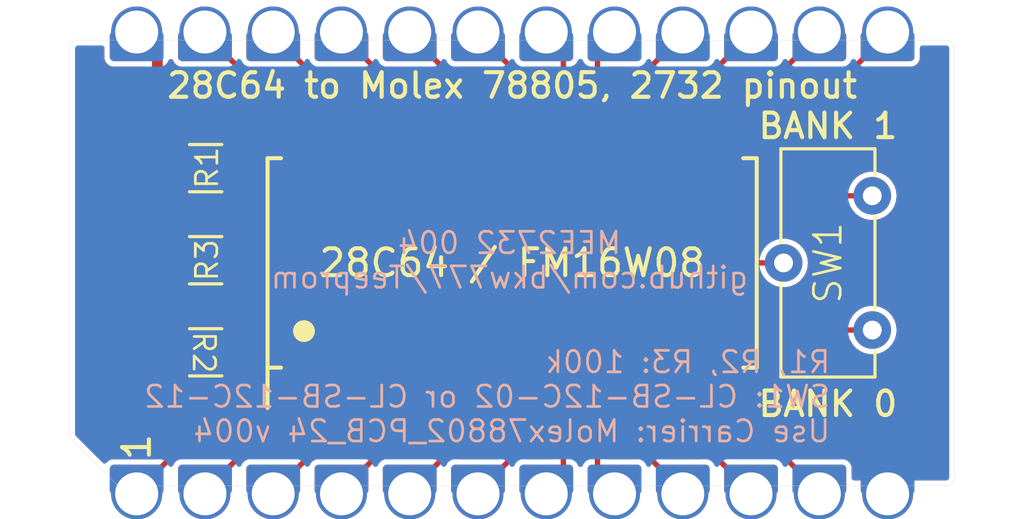
<source format=kicad_pcb>
(kicad_pcb (version 20221018) (generator pcbnew)
  (title_block (title "MEE2732") (date "2022-12-24") (rev "004") (company "Brian K. White b.kenyon.w@gmail.com") (comment 1 "CC-BY-SA") (comment 2 "github.com/bkw777/Teeprom") (comment 3 "28C64 to Molex 78805 socket with 2732 pinout"))
  (layers (0 "F.Cu" signal "Top") (31 "B.Cu" signal "Bottom") (34 "B.Paste" user) (35 "F.Paste" user) (36 "B.SilkS" user "B.Silkscreen") (37 "F.SilkS" user "F.Silkscreen") (38 "B.Mask" user) (39 "F.Mask" user) (44 "Edge.Cuts" user))
  (net 0 "")
  (net 1 "/D3")
  (net 2 "/A10")
  (net 3 "/D4")
  (net 4 "/A7")
  (net 5 "/D5")
  (net 6 "/A6")
  (net 7 "/D6")
  (net 8 "/A5")
  (net 9 "/D7")
  (net 10 "/A4")
  (net 11 "/A11")
  (net 12 "/A3")
  (net 13 "/~{OE}")
  (net 14 "/A2")
  (net 15 "/A1")
  (net 16 "/A0")
  (net 17 "/A12")
  (net 18 "/D0")
  (net 19 "/A9")
  (net 20 "/D1")
  (net 21 "/A8")
  (net 22 "/D2")
  (net 23 "/~{CE}")
  (net 24 "/~{WE}")
  (net 25 "VCC")
  (net 26 "GND")
  (net 27 "Net-(R2-Pad1)")
  (net 28 "Net-(R3-Pad1)")
  (footprint "000_LOCAL:SOIC-28W" (layer "F.Cu") (at 147.3184 99.287 90)
    (fp_text reference "U1" hide)
    (fp_text value "28C64 / FM16W08" (at 0 0) (layer "F.SilkS"))
    (fp_line (start -5.4 -9.1) (end 3.9 -9.1) (stroke (width 0.15)) (layer "F.SilkS"))
    (fp_line (start -3.9 -9.1) (end -3.9 -8.6) (stroke (width 0.15)) (layer "F.SilkS"))
    (fp_line (start -3.9 9.1) (end -3.9 8.6) (stroke (width 0.15)) (layer "F.SilkS"))
    (fp_line (start -3.9 9.1) (end 3.9 9.1) (stroke (width 0.15)) (layer "F.SilkS"))
    (fp_line (start 3.9 -9.1) (end 3.9 -8.6) (stroke (width 0.15)) (layer "F.SilkS"))
    (fp_line (start 3.9 9.1) (end 3.9 8.6) (stroke (width 0.15)) (layer "F.SilkS"))
    (fp_circle (center -2.54 -7.747) (end -2.3368 -7.747) (stroke (width 0.4064)) (fill none) (layer "F.SilkS"))
    (pad "1" smd roundrect (at -4.7 -8.255 90) (size 1.5 0.6) (layers "F.Cu" "F.Paste" "F.Mask"))
    (pad "2" smd roundrect (at -4.7 -6.985 90) (size 1.5 0.6) (layers "F.Cu" "F.Paste" "F.Mask") (net 17 "/A12"))
    (pad "3" smd roundrect (at -4.7 -5.715 90) (size 1.5 0.6) (layers "F.Cu" "F.Paste" "F.Mask") (net 4 "/A7"))
    (pad "4" smd roundrect (at -4.7 -4.445 90) (size 1.5 0.6) (layers "F.Cu" "F.Paste" "F.Mask") (net 6 "/A6"))
    (pad "5" smd roundrect (at -4.7 -3.175 90) (size 1.5 0.6) (layers "F.Cu" "F.Paste" "F.Mask") (net 8 "/A5"))
    (pad "6" smd roundrect (at -4.7 -1.905 90) (size 1.5 0.6) (layers "F.Cu" "F.Paste" "F.Mask") (net 10 "/A4"))
    (pad "7" smd roundrect (at -4.7 -0.635 90) (size 1.5 0.6) (layers "F.Cu" "F.Paste" "F.Mask") (net 12 "/A3"))
    (pad "8" smd roundrect (at -4.7 0.635 90) (size 1.5 0.6) (layers "F.Cu" "F.Paste" "F.Mask") (net 14 "/A2"))
    (pad "9" smd roundrect (at -4.7 1.905 90) (size 1.5 0.6) (layers "F.Cu" "F.Paste" "F.Mask") (net 15 "/A1"))
    (pad "10" smd roundrect (at -4.7 3.175 90) (size 1.5 0.6) (layers "F.Cu" "F.Paste" "F.Mask") (net 16 "/A0"))
    (pad "11" smd roundrect (at -4.7 4.445 90) (size 1.5 0.6) (layers "F.Cu" "F.Paste" "F.Mask") (net 18 "/D0"))
    (pad "12" smd roundrect (at -4.7 5.715 90) (size 1.5 0.6) (layers "F.Cu" "F.Paste" "F.Mask") (net 20 "/D1"))
    (pad "13" smd roundrect (at -4.7 6.985 90) (size 1.5 0.6) (layers "F.Cu" "F.Paste" "F.Mask") (net 22 "/D2"))
    (pad "14" smd roundrect (at -4.7 8.255 90) (size 1.5 0.6) (layers "F.Cu" "F.Paste" "F.Mask") (net 26 "GND"))
    (pad "15" smd roundrect (at 4.7 8.255 90) (size 1.5 0.6) (layers "F.Cu" "F.Paste" "F.Mask") (net 1 "/D3"))
    (pad "16" smd roundrect (at 4.7 6.985 90) (size 1.5 0.6) (layers "F.Cu" "F.Paste" "F.Mask") (net 3 "/D4"))
    (pad "17" smd roundrect (at 4.7 5.715 90) (size 1.5 0.6) (layers "F.Cu" "F.Paste" "F.Mask") (net 5 "/D5"))
    (pad "18" smd roundrect (at 4.7 4.445 90) (size 1.5 0.6) (layers "F.Cu" "F.Paste" "F.Mask") (net 7 "/D6"))
    (pad "19" smd roundrect (at 4.7 3.175 90) (size 1.5 0.6) (layers "F.Cu" "F.Paste" "F.Mask") (net 9 "/D7"))
    (pad "20" smd roundrect (at 4.7 1.905 90) (size 1.5 0.6) (layers "F.Cu" "F.Paste" "F.Mask") (net 23 "/~{CE}"))
    (pad "21" smd roundrect (at 4.7 0.635 90) (size 1.5 0.6) (layers "F.Cu" "F.Paste" "F.Mask") (net 2 "/A10"))
    (pad "22" smd roundrect (at 4.7 -0.635 90) (size 1.5 0.6) (layers "F.Cu" "F.Paste" "F.Mask") (net 13 "/~{OE}"))
    (pad "23" smd roundrect (at 4.7 -1.905 90) (size 1.5 0.6) (layers "F.Cu" "F.Paste" "F.Mask") (net 11 "/A11"))
    (pad "24" smd roundrect (at 4.7 -3.175 90) (size 1.5 0.6) (layers "F.Cu" "F.Paste" "F.Mask") (net 19 "/A9"))
    (pad "25" smd roundrect (at 4.7 -4.445 90) (size 1.5 0.6) (layers "F.Cu" "F.Paste" "F.Mask") (net 21 "/A8"))
    (pad "26" smd roundrect (at 4.7 -5.715 90) (size 1.5 0.6) (layers "F.Cu" "F.Paste" "F.Mask"))
    (pad "27" smd roundrect (at 4.7 -6.985 90) (size 1.5 0.6) (layers "F.Cu" "F.Paste" "F.Mask") (net 24 "/~{WE}"))
    (pad "28" smd roundrect (at 4.7 -8.255 90) (size 1.5 0.6) (layers "F.Cu" "F.Paste" "F.Mask") (net 25 "VCC"))
  )
  (footprint "000_LOCAL:R_0805" (layer "F.Cu") (at 135.9154 95.758 180)
    (fp_text reference "R1" (at -0.0508 0.0127 90 unlocked) (layer "F.SilkS") (effects (font (size 0.8 0.8) (thickness 0.1))))
    (fp_text value "100k")
    (fp_line (start -0.6 -0.88) (end 0.6 -0.88) (stroke (width 0.12)) (layer "F.SilkS"))
    (fp_line (start 0.6 0.88) (end -0.6 0.88) (stroke (width 0.12)) (layer "F.SilkS"))
    (pad "1" smd roundrect (at -0.95 0 180) (size 0.7 1.3) (layers "F.Cu" "F.Paste" "F.Mask") (roundrect_rratio 0.1) (net 24 "/~{WE}"))
    (pad "2" smd roundrect (at 0.95 0 180) (size 0.7 1.3) (layers "F.Cu" "F.Paste" "F.Mask") (roundrect_rratio 0.1) (net 25 "VCC"))
  )
  (footprint "000_LOCAL:R_0805" (layer "F.Cu") (at 135.9154 102.616 180)
    (fp_text reference "R2" (at 0.0635 0 270 unlocked) (layer "F.SilkS") (effects (font (size 0.8 0.8) (thickness 0.1))))
    (fp_text value "100k")
    (fp_line (start -0.6 -0.88) (end 0.6 -0.88) (stroke (width 0.12)) (layer "F.SilkS"))
    (fp_line (start 0.6 0.88) (end -0.6 0.88) (stroke (width 0.12)) (layer "F.SilkS"))
    (pad "1" smd roundrect (at -0.95 0 180) (size 0.7 1.3) (layers "F.Cu" "F.Paste" "F.Mask") (roundrect_rratio 0.1) (net 27 "Net-(R2-Pad1)"))
    (pad "2" smd roundrect (at 0.95 0 180) (size 0.7 1.3) (layers "F.Cu" "F.Paste" "F.Mask") (roundrect_rratio 0.1) (net 26 "GND"))
  )
  (footprint "000_LOCAL:Molex78802_PCB_24" (layer "F.Cu") (at 147.3184 99.287 90)
    (fp_text reference "J1" hide)
    (fp_text value "Molex 78805 socket with 27C32 pinout" hide)
    (fp_line (start -8.3 -14.66) (end -8.3 16.16) (stroke (width 0.01)) (layer "Edge.Cuts"))
    (fp_line (start -8 16.46) (end 8 16.46) (stroke (width 0.01)) (layer "Edge.Cuts"))
    (fp_line (start -6.5 -16.46) (end -8.3 -14.66) (stroke (width 0.01)) (layer "Edge.Cuts"))
    (fp_line (start 8 -16.46) (end -6.5 -16.46) (stroke (width 0.01)) (layer "Edge.Cuts"))
    (fp_line (start 8.3 16.16) (end 8.3 -16.16) (stroke (width 0.01)) (layer "Edge.Cuts"))
    (fp_arc (start -8 16.46) (mid -8.212132 16.372132) (end -8.3 16.16) (stroke (width 0.01)) (layer "Edge.Cuts"))
    (fp_arc (start 8 -16.46) (mid 8.212132 -16.372132) (end 8.3 -16.16) (stroke (width 0.01)) (layer "Edge.Cuts"))
    (fp_arc (start 8.3 16.16) (mid 8.212132 16.372132) (end 8 16.46) (stroke (width 0.01)) (layer "Edge.Cuts"))
    (pad "1" thru_hole circle (at -8.6002 -13.97 90) (size 1.9 1.9) (drill 1.6) (property pad_prop_castellated) (layers "*.Cu" "*.Mask") (net 4 "/A7"))
    (pad "1" smd roundrect (at -8.0645 -13.97 90) (size 1.1 2) (layers "F.Cu") (roundrect_rratio 0.1363636364) (net 4 "/A7"))
    (pad "1" smd roundrect (at -8.0645 -13.97 90) (size 1.1 2) (layers "B.Cu") (roundrect_rratio 0.1363636364) (net 4 "/A7"))
    (pad "2" thru_hole circle (at -8.6002 -11.43 90) (size 1.9 1.9) (drill 1.6) (property pad_prop_castellated) (layers "*.Cu" "*.Mask") (net 6 "/A6"))
    (pad "2" smd roundrect (at -8.0645 -11.43 90) (size 1.1 2) (layers "F.Cu") (roundrect_rratio 0.1363636364) (net 6 "/A6"))
    (pad "2" smd roundrect (at -8.0645 -11.43 90) (size 1.1 2) (layers "B.Cu") (roundrect_rratio 0.1363636364) (net 6 "/A6"))
    (pad "3" thru_hole circle (at -8.6002 -8.89 90) (size 1.9 1.9) (drill 1.6) (property pad_prop_castellated) (layers "*.Cu" "*.Mask") (net 8 "/A5"))
    (pad "3" smd roundrect (at -8.0645 -8.89 90) (size 1.1 2) (layers "F.Cu") (roundrect_rratio 0.1363636364) (net 8 "/A5"))
    (pad "3" smd roundrect (at -8.0645 -8.89 90) (size 1.1 2) (layers "B.Cu") (roundrect_rratio 0.1363636364) (net 8 "/A5"))
    (pad "4" thru_hole circle (at -8.6002 -6.35 90) (size 1.9 1.9) (drill 1.6) (property pad_prop_castellated) (layers "*.Cu" "*.Mask") (net 10 "/A4"))
    (pad "4" smd roundrect (at -8.0645 -6.35 90) (size 1.1 2) (layers "F.Cu") (roundrect_rratio 0.1363636364) (net 10 "/A4"))
    (pad "4" smd roundrect (at -8.0645 -6.35 90) (size 1.1 2) (layers "B.Cu") (roundrect_rratio 0.1363636364) (net 10 "/A4"))
    (pad "5" thru_hole circle (at -8.6002 -3.81 90) (size 1.9 1.9) (drill 1.6) (property pad_prop_castellated) (layers "*.Cu" "*.Mask") (net 12 "/A3"))
    (pad "5" smd roundrect (at -8.0645 -3.81 90) (size 1.1 2) (layers "F.Cu") (roundrect_rratio 0.1363636364) (net 12 "/A3"))
    (pad "5" smd roundrect (at -8.0645 -3.81 90) (size 1.1 2) (layers "B.Cu") (roundrect_rratio 0.1363636364) (net 12 "/A3"))
    (pad "6" thru_hole circle (at -8.6002 -1.27 90) (size 1.9 1.9) (drill 1.6) (property pad_prop_castellated) (layers "*.Cu" "*.Mask") (net 14 "/A2"))
    (pad "6" smd roundrect (at -8.0645 -1.27 90) (size 1.1 2) (layers "F.Cu") (roundrect_rratio 0.1363636364) (net 14 "/A2"))
    (pad "6" smd roundrect (at -8.0645 -1.27 90) (size 1.1 2) (layers "B.Cu") (roundrect_rratio 0.1363636364) (net 14 "/A2"))
    (pad "7" thru_hole circle (at -8.6002 1.27 90) (size 1.9 1.9) (drill 1.6) (property pad_prop_castellated) (layers "*.Cu" "*.Mask") (net 15 "/A1"))
    (pad "7" smd roundrect (at -8.0645 1.27 90) (size 1.1 2) (layers "F.Cu") (roundrect_rratio 0.1363636364) (net 15 "/A1"))
    (pad "7" smd roundrect (at -8.0645 1.27 90) (size 1.1 2) (layers "B.Cu") (roundrect_rratio 0.1363636364) (net 15 "/A1"))
    (pad "8" thru_hole circle (at -8.6002 3.81 90) (size 1.9 1.9) (drill 1.6) (property pad_prop_castellated) (layers "*.Cu" "*.Mask") (net 16 "/A0"))
    (pad "8" smd roundrect (at -8.0645 3.81 90) (size 1.1 2) (layers "F.Cu") (roundrect_rratio 0.1363636364) (net 16 "/A0"))
    (pad "8" smd roundrect (at -8.0645 3.81 90) (size 1.1 2) (layers "B.Cu") (roundrect_rratio 0.1363636364) (net 16 "/A0"))
    (pad "9" thru_hole circle (at -8.6002 6.35 90) (size 1.9 1.9) (drill 1.6) (property pad_prop_castellated) (layers "*.Cu" "*.Mask") (net 18 "/D0"))
    (pad "9" smd roundrect (at -8.0645 6.35 90) (size 1.1 2) (layers "F.Cu") (roundrect_rratio 0.1363636364) (net 18 "/D0"))
    (pad "9" smd roundrect (at -8.0645 6.35 90) (size 1.1 2) (layers "B.Cu") (roundrect_rratio 0.1363636364) (net 18 "/D0"))
    (pad "10" thru_hole circle (at -8.6002 8.89 90) (size 1.9 1.9) (drill 1.6) (property pad_prop_castellated) (layers "*.Cu" "*.Mask") (net 20 "/D1"))
    (pad "10" smd roundrect (at -8.0645 8.89 90) (size 1.1 2) (layers "F.Cu") (roundrect_rratio 0.1363636364) (net 20 "/D1"))
    (pad "10" smd roundrect (at -8.0645 8.89 90) (size 1.1 2) (layers "B.Cu") (roundrect_rratio 0.1363636364) (net 20 "/D1"))
    (pad "11" thru_hole circle (at -8.6002 11.43 90) (size 1.9 1.9) (drill 1.6) (property pad_prop_castellated) (layers "*.Cu" "*.Mask") (net 22 "/D2"))
    (pad "11" smd roundrect (at -8.0645 11.43 90) (size 1.1 2) (layers "F.Cu") (roundrect_rratio 0.1363636364) (net 22 "/D2"))
    (pad "11" smd roundrect (at -8.0645 11.43 90) (size 1.1 2) (layers "B.Cu") (roundrect_rratio 0.1363636364) (net 22 "/D2"))
    (pad "12" thru_hole circle (at -8.6002 13.97 90) (size 1.9 1.9) (drill 1.6) (property pad_prop_castellated) (layers "*.Cu" "*.Mask") (net 26 "GND"))
    (pad "12" smd roundrect (at -8.0645 13.97 90) (size 1.1 2) (layers "F.Cu") (roundrect_rratio 0.1363636364) (net 26 "GND"))
    (pad "12" smd roundrect (at -8.0645 13.97 90) (size 1.1 2) (layers "B.Cu") (roundrect_rratio 0.1363636364) (net 26 "GND"))
    (pad "13" smd roundrect (at 8.0645 13.97 90) (size 1.1 2) (layers "F.Cu") (roundrect_rratio 0.1363636364) (net 1 "/D3"))
    (pad "13" smd roundrect (at 8.0645 13.97 90) (size 1.1 2) (layers "B.Cu") (roundrect_rratio 0.1363636364) (net 1 "/D3"))
    (pad "13" thru_hole circle (at 8.6002 13.97 90) (size 1.9 1.9) (drill 1.6) (property pad_prop_castellated) (layers "*.Cu" "*.Mask") (net 1 "/D3"))
    (pad "14" smd roundrect (at 8.0645 11.43 90) (size 1.1 2) (layers "F.Cu") (roundrect_rratio 0.1363636364) (net 3 "/D4"))
    (pad "14" smd roundrect (at 8.0645 11.43 90) (size 1.1 2) (layers "B.Cu") (roundrect_rratio 0.1363636364) (net 3 "/D4"))
    (pad "14" thru_hole circle (at 8.6002 11.43 90) (size 1.9 1.9) (drill 1.6) (property pad_prop_castellated) (layers "*.Cu" "*.Mask") (net 3 "/D4"))
    (pad "15" smd roundrect (at 8.0645 8.89 90) (size 1.1 2) (layers "F.Cu") (roundrect_rratio 0.1363636364) (net 5 "/D5"))
    (pad "15" smd roundrect (at 8.0645 8.89 90) (size 1.1 2) (layers "B.Cu") (roundrect_rratio 0.1363636364) (net 5 "/D5"))
    (pad "15" thru_hole circle (at 8.6002 8.89 90) (size 1.9 1.9) (drill 1.6) (property pad_prop_castellated) (layers "*.Cu" "*.Mask") (net 5 "/D5"))
    (pad "16" smd roundrect (at 8.0645 6.35 90) (size 1.1 2) (layers "F.Cu") (roundrect_rratio 0.1363636364) (net 7 "/D6"))
    (pad "16" smd roundrect (at 8.0645 6.35 90) (size 1.1 2) (layers "B.Cu") (roundrect_rratio 0.1363636364) (net 7 "/D6"))
    (pad "16" thru_hole circle (at 8.6002 6.35 90) (size 1.9 1.9) (drill 1.6) (property pad_prop_castellated) (layers "*.Cu" "*.Mask") (net 7 "/D6"))
    (pad "17" smd roundrect (at 8.0645 3.81 90) (size 1.1 2) (layers "F.Cu") (roundrect_rratio 0.1363636364) (net 9 "/D7"))
    (pad "17" smd roundrect (at 8.0645 3.81 90) (size 1.1 2) (layers "B.Cu") (roundrect_rratio 0.1363636364) (net 9 "/D7"))
    (pad "17" thru_hole circle (at 8.6002 3.81 90) (size 1.9 1.9) (drill 1.6) (property pad_prop_castellated) (layers "*.Cu" "*.Mask") (net 9 "/D7"))
    (pad "18" smd roundrect (at 8.0645 1.27 90) (size 1.1 2) (layers "F.Cu") (roundrect_rratio 0.1363636364) (net 23 "/~{CE}"))
    (pad "18" smd roundrect (at 8.0645 1.27 90) (size 1.1 2) (layers "B.Cu") (roundrect_rratio 0.1363636364) (net 23 "/~{CE}"))
    (pad "18" thru_hole circle (at 8.6002 1.27 90) (size 1.9 1.9) (drill 1.6) (property pad_prop_castellated) (layers "*.Cu" "*.Mask") (net 23 "/~{CE}"))
    (pad "19" smd roundrect (at 8.0645 -1.27 90) (size 1.1 2) (layers "F.Cu") (roundrect_rratio 0.1363636364) (net 2 "/A10"))
    (pad "19" smd roundrect (at 8.0645 -1.27 90) (size 1.1 2) (layers "B.Cu") (roundrect_rratio 0.1363636364) (net 2 "/A10"))
    (pad "19" thru_hole circle (at 8.6002 -1.27 90) (size 1.9 1.9) (drill 1.6) (property pad_prop_castellated) (layers "*.Cu" "*.Mask") (net 2 "/A10"))
    (pad "20" smd roundrect (at 8.0645 -3.81 90) (size 1.1 2) (layers "F.Cu") (roundrect_rratio 0.1363636364) (net 13 "/~{OE}"))
    (pad "20" smd roundrect (at 8.0645 -3.81 90) (size 1.1 2) (layers "B.Cu") (roundrect_rratio 0.1363636364) (net 13 "/~{OE}"))
    (pad "20" thru_hole circle (at 8.6002 -3.81 90) (size 1.9 1.9) (drill 1.6) (property pad_prop_castellated) (layers "*.Cu" "*.Mask") (net 13 "/~{OE}"))
    (pad "21" smd roundrect (at 8.0645 -6.35 90) (size 1.1 2) (layers "F.Cu") (roundrect_rratio 0.1363636364) (net 11 "/A11"))
    (pad "21" smd roundrect (at 8.0645 -6.35 90) (size 1.1 2) (layers "B.Cu") (roundrect_rratio 0.1363636364) (net 11 "/A11"))
    (pad "21" thru_hole circle (at 8.6002 -6.35 90) (size 1.9 1.9) (drill 1.6) (property pad_prop_castellated) (layers "*.Cu" "*.Mask") (net 11 "/A11"))
    (pad "22" smd roundrect (at 8.0645 -8.89 90) (size 1.1 2) (layers "F.Cu") (roundrect_rratio 0.1363636364) (net 19 "/A9"))
    (pad "22" smd roundrect (at 8.0645 -8.89 90) (size 1.1 2) (layers "B.Cu") (roundrect_rratio 0.1363636364) (net 19 "/A9"))
    (pad "22" thru_hole circle (at 8.6002 -8.89 90) (size 1.9 1.9) (drill 1.6) (property pad_prop_castellated) (layers "*.Cu" "*.Mask") (net 19 "/A9"))
    (pad "23" smd roundrect (at 8.0645 -11.43 90) (size 1.1 2) (layers "F.Cu") (roundrect_rratio 0.1363636364) (net 21 "/A8"))
    (pad "23" smd roundrect (at 8.0645 -11.43 90) (size 1.1 2) (layers "B.Cu") (roundrect_rratio 0.1363636364) (net 21 "/A8"))
    (pad "23" thru_hole circle (at 8.6002 -11.43 90) (size 1.9 1.9) (drill 1.6) (property pad_prop_castellated) (layers "*.Cu" "*.Mask") (net 21 "/A8"))
    (pad "24" smd roundrect (at 8.0645 -13.97 90) (size 1.1 2) (layers "F.Cu") (roundrect_rratio 0.1363636364) (net 25 "VCC"))
    (pad "24" smd roundrect (at 8.0645 -13.97 90) (size 1.1 2) (layers "B.Cu") (roundrect_rratio 0.1363636364) (net 25 "VCC"))
    (pad "24" thru_hole circle (at 8.6002 -13.97 90) (size 1.9 1.9) (drill 1.6) (property pad_prop_castellated) (layers "*.Cu" "*.Mask") (net 25 "VCC"))
  )
  (footprint "000_LOCAL:R_0805" (layer "F.Cu") (at 135.9154 99.187 180)
    (fp_text reference "R3" (at -0.05 0 90 unlocked) (layer "F.SilkS") (effects (font (size 0.8 0.8) (thickness 0.1))))
    (fp_text value "100k")
    (fp_line (start -0.6 -0.88) (end 0.6 -0.88) (stroke (width 0.12)) (layer "F.SilkS"))
    (fp_line (start 0.6 0.88) (end -0.6 0.88) (stroke (width 0.12)) (layer "F.SilkS"))
    (pad "1" smd roundrect (at -0.95 0 180) (size 0.7 1.3) (layers "F.Cu" "F.Paste" "F.Mask") (roundrect_rratio 0.1) (net 28 "Net-(R3-Pad1)"))
    (pad "2" smd roundrect (at 0.95 0 180) (size 0.7 1.3) (layers "F.Cu" "F.Paste" "F.Mask") (roundrect_rratio 0.1) (net 25 "VCC"))
  )
  (footprint "000_LOCAL:CL-SB-12C-0x" (layer "F.Cu") (at 159.0684 99.287 -90)
    (fp_text reference "SW1" (at 0 0 -270) (layer "F.SilkS") (effects (font (thickness 0.1))))
    (fp_text value "SW_SPDT")
    (fp_line (start -4.25 -1.75) (end -3.25 -1.75) (stroke (width 0.12)) (layer "F.SilkS"))
    (fp_line (start -4.25 1.75) (end -4.25 -1.75) (stroke (width 0.12)) (layer "F.SilkS"))
    (fp_line (start -4.25 1.75) (end -0.75 1.75) (stroke (width 0.12)) (layer "F.SilkS"))
    (fp_line (start -1.75 -1.75) (end 1.75 -1.75) (stroke (width 0.12)) (layer "F.SilkS"))
    (fp_line (start 0.75 1.75) (end 4.25 1.75) (stroke (width 0.12)) (layer "F.SilkS"))
    (fp_line (start 3.25 -1.75) (end 4.25 -1.75) (stroke (width 0.12)) (layer "F.SilkS"))
    (fp_line (start 4.25 -1.75) (end 4.25 1.75) (stroke (width 0.12)) (layer "F.SilkS"))
    (pad "1" thru_hole circle (at 2.5 -1.65 270) (size 1.4 1.4) (drill 0.7) (layers "*.Cu" "*.Mask") (net 27 "Net-(R2-Pad1)"))
    (pad "2" thru_hole circle (at 0 1.65 270) (size 1.4 1.4) (drill 0.7) (layers "*.Cu" "*.Mask") (net 17 "/A12"))
    (pad "3" thru_hole circle (at -2.5 -1.65 270) (size 1.4 1.4) (drill 0.7) (layers "*.Cu" "*.Mask") (net 28 "Net-(R3-Pad1)"))
  )
  (gr_text "R1, R2, R3: ${00000000-0000-0000-0000-00005d22c129:VALUE}\nSW1: CL-SB-12C-02 or CL-SB-12C-12\nUse Carrier: Molex78802_PCB_24 v004" (at 159.2184 104.267) (layer "B.SilkS") (effects (font (size 0.8 0.8) (thickness 0.1)) (justify left mirror)))
  (gr_text "${TITLE} ${REVISION}\n${COMMENT2}" (at 147.2184 99.187) (layer "B.SilkS") (effects (font (size 0.8 0.8) (thickness 0.1)) (justify mirror)))
  (gr_text "1" (at 133.3484 106.145 90) (layer "F.SilkS") (effects (font (size 1 1))))
  (gr_text "BANK 0" (at 159.0684 104.537) (layer "F.SilkS") (effects (font (size 0.9144 0.9144) (thickness 0.1524))))
  (gr_text "BANK 1" (at 159.0684 94.187) (layer "F.SilkS") (effects (font (size 0.9144 0.9144) (thickness 0.1524))))
  (gr_text "28C64 to Molex 78805, 2732 pinout" (at 147.3184 92.683) (layer "F.SilkS") (effects (font (size 0.9144 0.9144) (thickness 0.1524))))
  (segment (start 155.5734 93.937) (end 158.1184 93.937) (width 0.2) (layer "F.Cu") (net 1))
  (segment (start 158.1184 93.937) (end 160.8329 91.2225) (width 0.2) (layer "F.Cu") (net 1))
  (segment (start 160.8329 91.2225) (end 161.2884 91.2225) (width 0.2) (layer "F.Cu") (net 1))
  (segment (start 155.5734 94.587) (end 155.5734 93.937) (width 0.2) (layer "F.Cu") (net 1))
  (segment (start 147.9534 92.672) (end 146.5039 91.2225) (width 0.2) (layer "F.Cu") (net 2))
  (segment (start 147.9534 94.587) (end 147.9534 92.672) (width 0.2) (layer "F.Cu") (net 2))
  (segment (start 146.5039 91.2225) (end 146.0484 91.2225) (width 0.2) (layer "F.Cu") (net 2))
  (segment (start 155.5684 92.887) (end 156.6184 92.887) (width 0.2) (layer "F.Cu") (net 3))
  (segment (start 154.3034 94.152) (end 155.5684 92.887) (width 0.2) (layer "F.Cu") (net 3))
  (segment (start 158.2829 91.2225) (end 158.7484 91.2225) (width 0.2) (layer "F.Cu") (net 3))
  (segment (start 154.3034 94.587) (end 154.3034 94.152) (width 0.2) (layer "F.Cu") (net 3))
  (segment (start 156.6184 92.887) (end 158.2829 91.2225) (width 0.2) (layer "F.Cu") (net 3))
  (segment (start 135.6184 105.537) (end 133.8039 107.3515) (width 0.2) (layer "F.Cu") (net 4))
  (segment (start 141.6034 104.452) (end 140.5184 105.537) (width 0.2) (layer "F.Cu") (net 4))
  (segment (start 140.5184 105.537) (end 135.6184 105.537) (width 0.2) (layer "F.Cu") (net 4))
  (segment (start 141.6034 103.987) (end 141.6034 104.452) (width 0.2) (layer "F.Cu") (net 4))
  (segment (start 133.8039 107.3515) (end 133.3484 107.3515) (width 0.2) (layer "F.Cu") (net 4))
  (segment (start 155.7329 91.2225) (end 156.2084 91.2225) (width 0.2) (layer "F.Cu") (net 5))
  (segment (start 153.2184 94.402) (end 153.2184 93.737) (width 0.2) (layer "F.Cu") (net 5))
  (segment (start 153.0334 94.587) (end 153.2184 94.402) (width 0.2) (layer "F.Cu") (net 5))
  (segment (start 153.2184 93.737) (end 155.7329 91.2225) (width 0.2) (layer "F.Cu") (net 5))
  (segment (start 142.8734 103.987) (end 142.8734 104.432) (width 0.2) (layer "F.Cu") (net 6))
  (segment (start 141.7684 105.187) (end 140.9684 105.987) (width 0.2) (layer "F.Cu") (net 6))
  (segment (start 142.8734 104.432) (end 142.1184 105.187) (width 0.2) (layer "F.Cu") (net 6))
  (segment (start 142.1184 105.187) (end 141.7684 105.187) (width 0.2) (layer "F.Cu") (net 6))
  (segment (start 136.3227 107.3515) (end 135.8884 107.3515) (width 0.2) (layer "F.Cu") (net 6))
  (segment (start 140.9684 105.987) (end 137.6872 105.987) (width 0.2) (layer "F.Cu") (net 6))
  (segment (start 137.6872 105.987) (end 136.3227 107.3515) (width 0.2) (layer "F.Cu") (net 6))
  (segment (start 151.7634 94.587) (end 151.7634 92.6919) (width 0.2) (layer "F.Cu") (net 7))
  (segment (start 153.2328 91.2225) (end 153.6684 91.2225) (width 0.2) (layer "F.Cu") (net 7))
  (segment (start 151.7634 92.6919) (end 153.2328 91.2225) (width 0.2) (layer "F.Cu") (net 7))
  (segment (start 141.4184 106.437) (end 139.8184 106.437) (width 0.2) (layer "F.Cu") (net 8))
  (segment (start 144.1434 104.462) (end 142.8684 105.737) (width 0.2) (layer "F.Cu") (net 8))
  (segment (start 142.8684 105.737) (end 142.1184 105.737) (width 0.2) (layer "F.Cu") (net 8))
  (segment (start 142.1184 105.737) (end 141.4184 106.437) (width 0.2) (layer "F.Cu") (net 8))
  (segment (start 144.1434 103.987) (end 144.1434 104.462) (width 0.2) (layer "F.Cu") (net 8))
  (segment (start 139.8184 106.437) (end 138.9039 107.3515) (width 0.2) (layer "F.Cu") (net 8))
  (segment (start 138.9039 107.3515) (end 138.4284 107.3515) (width 0.2) (layer "F.Cu") (net 8))
  (segment (start 150.4934 91.2225) (end 151.1284 91.2225) (width 0.2) (layer "F.Cu") (net 9))
  (segment (start 150.4934 94.587) (end 150.4934 91.2225) (width 0.2) (layer "F.Cu") (net 9))
  (segment (start 142.4184 106.337) (end 141.4039 107.3515) (width 0.2) (layer "F.Cu") (net 10))
  (segment (start 145.4134 103.987) (end 145.4134 104.442) (width 0.2) (layer "F.Cu") (net 10))
  (segment (start 143.5184 106.337) (end 142.4184 106.337) (width 0.2) (layer "F.Cu") (net 10))
  (segment (start 145.4134 104.442) (end 143.5184 106.337) (width 0.2) (layer "F.Cu") (net 10))
  (segment (start 141.4039 107.3515) (end 140.9684 107.3515) (width 0.2) (layer "F.Cu") (net 10))
  (segment (start 145.4134 94.587) (end 145.4134 94.132) (width 0.2) (layer "F.Cu") (net 11))
  (segment (start 143.5184 92.237) (end 142.4184 92.237) (width 0.2) (layer "F.Cu") (net 11))
  (segment (start 142.4184 92.237) (end 141.4039 91.2225) (width 0.2) (layer "F.Cu") (net 11))
  (segment (start 141.4039 91.2225) (end 140.9684 91.2225) (width 0.2) (layer "F.Cu") (net 11))
  (segment (start 145.4134 94.132) (end 143.5184 92.237) (width 0.2) (layer "F.Cu") (net 11))
  (segment (start 146.5184 104.787) (end 143.9539 107.3515) (width 0.2) (layer "F.Cu") (net 12))
  (segment (start 146.5184 104.152) (end 146.5184 104.787) (width 0.2) (layer "F.Cu") (net 12))
  (segment (start 146.6834 103.987) (end 146.5184 104.152) (width 0.2) (layer "F.Cu") (net 12))
  (segment (start 143.9539 107.3515) (end 143.5084 107.3515) (width 0.2) (layer "F.Cu") (net 12))
  (segment (start 146.5184 94.422) (end 146.5184 93.787) (width 0.2) (layer "F.Cu") (net 13))
  (segment (start 146.5184 93.787) (end 143.9539 91.2225) (width 0.2) (layer "F.Cu") (net 13))
  (segment (start 143.9539 91.2225) (end 143.5084 91.2225) (width 0.2) (layer "F.Cu") (net 13))
  (segment (start 146.6834 94.587) (end 146.5184 94.422) (width 0.2) (layer "F.Cu") (net 13))
  (segment (start 146.5039 107.3515) (end 146.0484 107.3515) (width 0.2) (layer "F.Cu") (net 14))
  (segment (start 147.9534 105.902) (end 146.5039 107.3515) (width 0.2) (layer "F.Cu") (net 14))
  (segment (start 147.9534 103.987) (end 147.9534 105.902) (width 0.2) (layer "F.Cu") (net 14))
  (segment (start 149.2234 107.3515) (end 148.5884 107.3515) (width 0.2) (layer "F.Cu") (net 15))
  (segment (start 149.2234 103.987) (end 149.2234 107.3515) (width 0.2) (layer "F.Cu") (net 15))
  (segment (start 150.4934 103.987) (end 150.4934 107.3515) (width 0.2) (layer "F.Cu") (net 16))
  (segment (start 150.4934 107.3515) (end 151.1284 107.3515) (width 0.2) (layer "F.Cu") (net 16))
  (segment (start 136.2434 101.187) (end 135.7184 101.712) (width 0.2) (layer "F.Cu") (net 17))
  (segment (start 140.3334 104.422) (end 140.3334 103.987) (width 0.2) (layer "F.Cu") (net 17))
  (segment (start 135.7184 103.637) (end 137.1684 105.087) (width 0.2) (layer "F.Cu") (net 17))
  (segment (start 137.1684 105.087) (end 139.6684 105.087) (width 0.2) (layer "F.Cu") (net 17))
  (segment (start 157.4184 99.287) (end 142.8004 99.287) (width 0.2) (layer "F.Cu") (net 17))
  (segment (start 140.9004 101.187) (end 136.2434 101.187) (width 0.2) (layer "F.Cu") (net 17))
  (segment (start 142.8004 99.287) (end 140.9004 101.187) (width 0.2) (layer "F.Cu") (net 17))
  (segment (start 139.6684 105.087) (end 140.3334 104.422) (width 0.2) (layer "F.Cu") (net 17))
  (segment (start 135.7184 101.712) (end 135.7184 103.637) (width 0.2) (layer "F.Cu") (net 17))
  (segment (start 151.7634 103.987) (end 151.7634 105.882) (width 0.2) (layer "F.Cu") (net 18))
  (segment (start 153.2329 107.3515) (end 153.6684 107.3515) (width 0.2) (layer "F.Cu") (net 18))
  (segment (start 151.7634 105.882) (end 153.2329 107.3515) (width 0.2) (layer "F.Cu") (net 18))
  (segment (start 138.8539 91.2225) (end 138.4284 91.2225) (width 0.2) (layer "F.Cu") (net 19))
  (segment (start 144.1434 94.587) (end 144.1434 94.112) (width 0.2) (layer "F.Cu") (net 19))
  (segment (start 144.1434 94.112) (end 142.8184 92.787) (width 0.2) (layer "F.Cu") (net 19))
  (segment (start 140.4184 92.787) (end 138.8539 91.2225) (width 0.2) (layer "F.Cu") (net 19))
  (segment (start 142.8184 92.787) (end 140.4184 92.787) (width 0.2) (layer "F.Cu") (net 19))
  (segment (start 153.2184 104.172) (end 153.2184 104.837) (width 0.2) (layer "F.Cu") (net 20))
  (segment (start 155.7329 107.3515) (end 156.2084 107.3515) (width 0.2) (layer "F.Cu") (net 20))
  (segment (start 153.2184 104.837) (end 155.7329 107.3515) (width 0.2) (layer "F.Cu") (net 20))
  (segment (start 153.0334 103.987) (end 153.2184 104.172) (width 0.2) (layer "F.Cu") (net 20))
  (segment (start 142.8734 94.117) (end 142.0934 93.337) (width 0.2) (layer "F.Cu") (net 21))
  (segment (start 138.4684 93.337) (end 136.3539 91.2225) (width 0.2) (layer "F.Cu") (net 21))
  (segment (start 142.0934 93.337) (end 138.4684 93.337) (width 0.2) (layer "F.Cu") (net 21))
  (segment (start 142.8734 94.587) (end 142.8734 94.117) (width 0.2) (layer "F.Cu") (net 21))
  (segment (start 136.3539 91.2225) (end 135.8884 91.2225) (width 0.2) (layer "F.Cu") (net 21))
  (segment (start 158.2829 107.3515) (end 158.7484 107.3515) (width 0.2) (layer "F.Cu") (net 22))
  (segment (start 154.3034 103.987) (end 154.3034 104.472) (width 0.2) (layer "F.Cu") (net 22))
  (segment (start 155.6184 105.787) (end 156.7184 105.787) (width 0.2) (layer "F.Cu") (net 22))
  (segment (start 154.3034 104.472) (end 155.6184 105.787) (width 0.2) (layer "F.Cu") (net 22))
  (segment (start 156.7184 105.787) (end 158.2829 107.3515) (width 0.2) (layer "F.Cu") (net 22))
  (segment (start 149.2234 91.2225) (end 148.5884 91.2225) (width 0.2) (layer "F.Cu") (net 23))
  (segment (start 149.2234 94.587) (end 149.2234 91.2225) (width 0.2) (layer "F.Cu") (net 23))
  (segment (start 140.3334 94.587) (end 140.3334 95.472) (width 0.2) (layer "F.Cu") (net 24))
  (segment (start 140.3334 95.472) (end 139.5394 96.266) (width 0.2) (layer "F.Cu") (net 24))
  (segment (start 139.5394 96.266) (end 136.8654 96.266) (width 0.2) (layer "F.Cu") (net 24))
  (segment (start 136.8654 96.266) (end 136.8654 95.758) (width 0.2) (layer "F.Cu") (net 24))
  (segment (start 139.0634 94.107) (end 139.0634 94.587) (width 0.4) (layer "F.Cu") (net 25))
  (segment (start 135.0264 94.107) (end 134.9654 94.168) (width 0.2) (layer "F.Cu") (net 25))
  (segment (start 135.0264 94.107) (end 139.0634 94.107) (width 0.4) (layer "F.Cu") (net 25))
  (segment (start 134.1184 91.2225) (end 133.3484 91.2225) (width 0.4) (layer "F.Cu") (net 25))
  (segment (start 134.9654 94.168) (end 134.9654 99.187) (width 0.2) (layer "F.Cu") (net 25))
  (segment (start 135.0264 94.107) (end 134.1184 93.199) (width 0.4) (layer "F.Cu") (net 25))
  (segment (start 134.1184 93.199) (end 134.1184 91.2225) (width 0.4) (layer "F.Cu") (net 25))
  (segment (start 160.7184 101.787) (end 141.7184 101.787) (width 0.2) (layer "F.Cu") (net 27))
  (segment (start 141.7184 101.787) (end 141.4184 102.087) (width 0.2) (layer "F.Cu") (net 27))
  (segment (start 136.8654 102.087) (end 136.8654 102.616) (width 0.2) (layer "F.Cu") (net 27))
  (segment (start 141.4184 102.087) (end 136.8654 102.087) (width 0.2) (layer "F.Cu") (net 27))
  (segment (start 141.9984 96.787) (end 139.5984 99.187) (width 0.2) (layer "F.Cu") (net 28))
  (segment (start 139.5984 99.187) (end 136.8654 99.187) (width 0.2) (layer "F.Cu") (net 28))
  (segment (start 160.7184 96.787) (end 141.9984 96.787) (width 0.2) (layer "F.Cu") (net 28))
  (zone (net 26) (net_name "GND") (layer "F.Cu") (connect_pads yes (clearance 0.2)) (min_thickness 0.2) (fill yes (thermal_gap 0.2) (thermal_bridge_width 0.3) (smoothing fillet) (radius 0.1))
    (polygon (pts (xy 163.7784 90.987) (xy 163.7784 107.587) (xy 130.8584 107.587) (xy 130.8584 90.987)))
  )
  (zone (net 26) (net_name "GND") (layer "B.Cu") (connect_pads yes (clearance 0.2)) (min_thickness 0.2) (fill yes (thermal_gap 0.2) (thermal_bridge_width 0.3) (smoothing fillet) (radius 0.1))
    (polygon (pts (xy 163.7784 90.987) (xy 163.7784 107.587) (xy 130.8584 107.587) (xy 130.8584 90.987)))
  )
)
</source>
